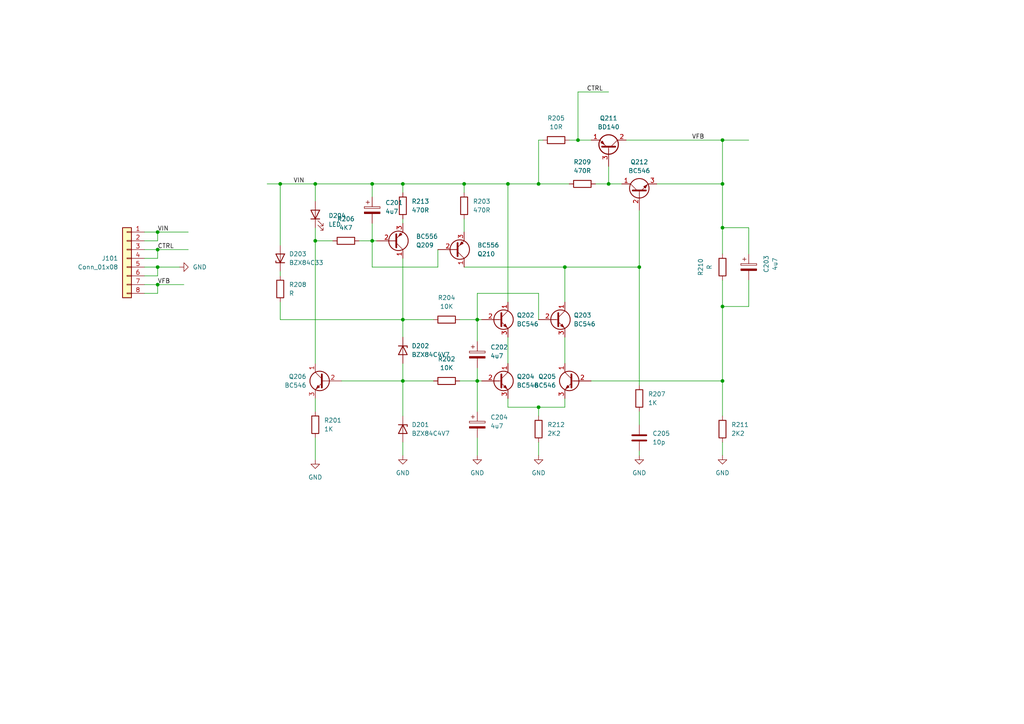
<source format=kicad_sch>
(kicad_sch (version 20211123) (generator eeschema)
  (paper "A4")
  (lib_symbols
    (symbol "Connector_Generic:Conn_01x08" (pin_names (offset 1.016) hide)
      (property "Reference" "J" (at 0 10.16 0))
      (property "Value" "Conn_01x08" (at 0 -12.7 0))
      (symbol "Conn_01x08_1_1"
        (rectangle (start -1.27 -10.033) (end 0 -10.287) (stroke (width 0.1524)))
        (rectangle (start -1.27 -7.493) (end 0 -7.747) (stroke (width 0.1524)))
        (rectangle (start -1.27 -4.953) (end 0 -5.207) (stroke (width 0.1524)))
        (rectangle (start -1.27 -2.413) (end 0 -2.667) (stroke (width 0.1524)))
        (rectangle (start -1.27 0.127) (end 0 -0.127) (stroke (width 0.1524)))
        (rectangle (start -1.27 2.667) (end 0 2.413) (stroke (width 0.1524)))
        (rectangle (start -1.27 5.207) (end 0 4.953) (stroke (width 0.1524)))
        (rectangle (start -1.27 7.747) (end 0 7.493) (stroke (width 0.1524)))
        (rectangle (start -1.27 8.89) (end 1.27 -11.43) (stroke (width 0.254)) (fill (type background)))
        (pin passive line (at -5.08 7.62 0) (length 3.81) (name "Pin_1") (number "1"))
        (pin passive line (at -5.08 5.08 0) (length 3.81) (name "Pin_2") (number "2"))
        (pin passive line (at -5.08 2.54 0) (length 3.81) (name "Pin_3") (number "3"))
        (pin passive line (at -5.08 0 0) (length 3.81) (name "Pin_4") (number "4"))
        (pin passive line (at -5.08 -2.54 0) (length 3.81) (name "Pin_5") (number "5"))
        (pin passive line (at -5.08 -5.08 0) (length 3.81) (name "Pin_6") (number "6"))
        (pin passive line (at -5.08 -7.62 0) (length 3.81) (name "Pin_7") (number "7"))
        (pin passive line (at -5.08 -10.16 0) (length 3.81) (name "Pin_8") (number "8"))
      )
    )
    (symbol "Device:C" (pin_numbers hide) (pin_names (offset 0.254))
      (property "Reference" "C" (at 0.635 2.54 0))
      (property "Value" "C" (at 0.635 -2.54 0))
      (symbol "C_0_1"
        (polyline (pts (xy -2.032 -0.762) (xy 2.032 -0.762)) (stroke (width 0.508)))
        (polyline (pts (xy -2.032 0.762) (xy 2.032 0.762)) (stroke (width 0.508)))
      )
      (symbol "C_1_1"
        (pin passive line (at 0 3.81 270) (length 2.794) (name "~") (number "1"))
        (pin passive line (at 0 -3.81 90) (length 2.794) (name "~") (number "2"))
      )
    )
    (symbol "Device:C_Polarized" (pin_numbers hide) (pin_names (offset 0.254))
      (property "Reference" "C" (at 0.635 2.54 0))
      (property "Value" "C_Polarized" (at 0.635 -2.54 0))
      (symbol "C_Polarized_0_1"
        (rectangle (start -2.286 0.508) (end 2.286 1.016))
        (polyline (pts (xy -1.778 2.286) (xy -0.762 2.286)))
        (polyline (pts (xy -1.27 2.794) (xy -1.27 1.778)))
        (rectangle (start 2.286 -0.508) (end -2.286 -1.016) (fill (type outline)))
      )
      (symbol "C_Polarized_1_1"
        (pin passive line (at 0 3.81 270) (length 2.794) (name "~") (number "1"))
        (pin passive line (at 0 -3.81 90) (length 2.794) (name "~") (number "2"))
      )
    )
    (symbol "Device:LED" (pin_numbers hide) (pin_names (offset 1.016) hide)
      (property "Reference" "D" (at 0 2.54 0))
      (property "Value" "LED" (at 0 -2.54 0))
      (symbol "LED_0_1"
        (polyline (pts (xy -1.27 -1.27) (xy -1.27 1.27)) (stroke (width 0.254)))
        (polyline (pts (xy -1.27 0) (xy 1.27 0)))
        (polyline (pts (xy 1.27 -1.27) (xy 1.27 1.27) (xy -1.27 0) (xy 1.27 -1.27)) (stroke (width 0.254)))
        (polyline (pts (xy -3.048 -0.762) (xy -4.572 -2.286) (xy -3.81 -2.286) (xy -4.572 -2.286) (xy -4.572 -1.524)))
        (polyline (pts (xy -1.778 -0.762) (xy -3.302 -2.286) (xy -2.54 -2.286) (xy -3.302 -2.286) (xy -3.302 -1.524)))
      )
      (symbol "LED_1_1"
        (pin passive line (at -3.81 0 0) (length 2.54) (name "K") (number "1"))
        (pin passive line (at 3.81 0 180) (length 2.54) (name "A") (number "2"))
      )
    )
    (symbol "Device:R" (pin_numbers hide) (pin_names (offset 0))
      (property "Reference" "R" (at 2.032 0 90))
      (property "Value" "R" (at 0 0 90))
      (symbol "R_0_1"
        (rectangle (start -1.016 -2.54) (end 1.016 2.54) (stroke (width 0.254)))
      )
      (symbol "R_1_1"
        (pin passive line (at 0 3.81 270) (length 1.27) (name "~") (number "1"))
        (pin passive line (at 0 -3.81 90) (length 1.27) (name "~") (number "2"))
      )
    )
    (symbol "Diode:BZX84Cxx" (pin_numbers hide) (pin_names (offset 1.016) hide)
      (property "Reference" "D" (at 0 2.54 0))
      (property "Value" "BZX84Cxx" (at 0 -2.54 0))
      (symbol "BZX84Cxx_0_1"
        (polyline (pts (xy 1.27 0) (xy -1.27 0)))
        (polyline (pts (xy -1.27 -1.27) (xy -1.27 1.27) (xy -0.762 1.27)) (stroke (width 0.254)))
        (polyline (pts (xy 1.27 -1.27) (xy 1.27 1.27) (xy -1.27 0) (xy 1.27 -1.27)) (stroke (width 0.254)))
      )
      (symbol "BZX84Cxx_1_1"
        (pin passive line (at -3.81 0 0) (length 2.54) (name "K") (number "1"))
        (pin passive line (at 3.81 0 180) (length 2.54) (name "A") (number "2"))
      )
    )
    (symbol "Transistor_BJT:BC546" (pin_names (offset 0) hide)
      (property "Reference" "Q" (at 5.08 1.905 0))
      (property "Value" "BC546" (at 5.08 0 0))
      (symbol "BC546_0_1"
        (polyline (pts (xy 0 0) (xy 0.635 0)))
        (polyline (pts (xy 0.635 0.635) (xy 2.54 2.54)))
        (polyline (pts (xy 0.635 -0.635) (xy 2.54 -2.54) (xy 2.54 -2.54)))
        (polyline (pts (xy 0.635 1.905) (xy 0.635 -1.905) (xy 0.635 -1.905)) (stroke (width 0.508)))
        (polyline (pts (xy 1.27 -1.778) (xy 1.778 -1.27) (xy 2.286 -2.286) (xy 1.27 -1.778) (xy 1.27 -1.778)) (fill (type outline)))
        (circle (center 1.27 0) (radius 2.8194) (stroke (width 0.254)))
      )
      (symbol "BC546_1_1"
        (pin passive line (at 2.54 5.08 270) (length 2.54) (name "C") (number "1"))
        (pin input line (at -5.08 0 0) (length 5.08) (name "B") (number "2"))
        (pin passive line (at 2.54 -5.08 90) (length 2.54) (name "E") (number "3"))
      )
    )
    (symbol "Transistor_BJT:BC556" (pin_names (offset 0) hide)
      (property "Reference" "Q" (at 5.08 1.905 0))
      (property "Value" "BC556" (at 5.08 0 0))
      (symbol "BC556_0_1"
        (polyline (pts (xy 0.635 0.635) (xy 2.54 2.54)))
        (polyline (pts (xy 0.635 -0.635) (xy 2.54 -2.54) (xy 2.54 -2.54)))
        (polyline (pts (xy 0.635 1.905) (xy 0.635 -1.905) (xy 0.635 -1.905)) (stroke (width 0.508)))
        (polyline (pts (xy 2.286 -1.778) (xy 1.778 -2.286) (xy 1.27 -1.27) (xy 2.286 -1.778) (xy 2.286 -1.778)) (fill (type outline)))
        (circle (center 1.27 0) (radius 2.8194) (stroke (width 0.254)))
      )
      (symbol "BC556_1_1"
        (pin passive line (at 2.54 5.08 270) (length 2.54) (name "C") (number "1"))
        (pin input line (at -5.08 0 0) (length 5.715) (name "B") (number "2"))
        (pin passive line (at 2.54 -5.08 90) (length 2.54) (name "E") (number "3"))
      )
    )
    (symbol "Transistor_BJT:BD140" (pin_names (offset 0) hide)
      (property "Reference" "Q" (at 5.08 1.905 0))
      (property "Value" "BD140" (at 5.08 0 0))
      (symbol "BD140_0_1"
        (polyline (pts (xy 0 0) (xy 0.635 0)))
        (polyline (pts (xy 2.54 -2.54) (xy 0.635 -0.635)))
        (polyline (pts (xy 2.54 2.54) (xy 0.635 0.635)))
        (polyline (pts (xy 0.635 1.905) (xy 0.635 -1.905) (xy 0.635 -1.905)) (stroke (width 0.508)) (fill (type outline)))
        (polyline (pts (xy 1.778 -2.286) (xy 2.286 -1.778) (xy 1.27 -1.27) (xy 1.778 -2.286) (xy 1.778 -2.286)) (fill (type outline)))
        (circle (center 1.27 0) (radius 2.8194) (stroke (width 0.3048)))
      )
      (symbol "BD140_1_1"
        (pin passive line (at 2.54 -5.08 90) (length 2.54) (name "E") (number "1"))
        (pin passive line (at 2.54 5.08 270) (length 2.54) (name "C") (number "2"))
        (pin input line (at -5.08 0 0) (length 5.08) (name "B") (number "3"))
      )
    )
    (symbol "power:GND" (power) (pin_names (offset 0))
      (property "Value" "GND" (at 0 -3.81 0))
      (symbol "GND_0_1"
        (polyline (pts (xy 0 0) (xy 0 -1.27) (xy 1.27 -1.27) (xy 0 -2.54) (xy -1.27 -1.27) (xy 0 -1.27)))
      )
      (symbol "GND_1_1"
        (pin power_in line (at 0 0 270) (length 0) hide (name "GND") (number "1"))
      )
    )
  )
  (junction (at 45.72 82.55))
  (junction (at 147.32 53.34))
  (junction (at 209.55 40.64))
  (junction (at 209.55 88.9))
  (junction (at 134.62 53.34))
  (junction (at 91.44 53.34))
  (junction (at 91.44 69.85))
  (junction (at 116.84 53.34))
  (junction (at 185.42 77.47))
  (junction (at 167.64 40.64))
  (junction (at 209.55 110.49))
  (junction (at 163.83 77.47))
  (junction (at 107.95 69.85))
  (junction (at 81.28 53.34))
  (junction (at 176.53 53.34))
  (junction (at 156.21 118.11))
  (junction (at 107.95 53.34))
  (junction (at 156.21 53.34))
  (junction (at 116.84 110.49))
  (junction (at 45.72 67.31))
  (junction (at 45.72 72.39))
  (junction (at 45.72 77.47))
  (junction (at 209.55 53.34))
  (junction (at 209.55 66.04))
  (junction (at 116.84 92.71))
  (junction (at 138.43 110.49))
  (junction (at 138.43 92.71))
  (wire (pts (xy 163.83 77.47) (xy 163.83 87.63)))
  (wire (pts (xy 209.55 40.64) (xy 209.55 53.34)))
  (wire (pts (xy 107.95 64.77) (xy 107.95 69.85)))
  (wire (pts (xy 176.53 48.26) (xy 176.53 53.34)))
  (wire (pts (xy 217.17 88.9) (xy 217.17 81.28)))
  (wire (pts (xy 41.91 74.93) (xy 45.72 74.93)))
  (wire (pts (xy 156.21 118.11) (xy 163.83 118.11)))
  (wire (pts (xy 116.84 105.41) (xy 116.84 110.49)))
  (wire (pts (xy 91.44 127) (xy 91.44 133.35)))
  (wire (pts (xy 176.53 26.67) (xy 167.64 26.67)))
  (wire (pts (xy 181.61 40.64) (xy 209.55 40.64)))
  (wire (pts (xy 91.44 69.85) (xy 91.44 66.04)))
  (wire (pts (xy 134.62 53.34) (xy 147.32 53.34)))
  (wire (pts (xy 156.21 53.34) (xy 165.1 53.34)))
  (wire (pts (xy 45.72 82.55) (xy 45.72 85.09)))
  (wire (pts (xy 116.84 92.71) (xy 125.73 92.71)))
  (wire (pts (xy 127 77.47) (xy 107.95 77.47)))
  (wire (pts (xy 134.62 53.34) (xy 116.84 53.34)))
  (wire (pts (xy 81.28 78.74) (xy 81.28 80.01)))
  (wire (pts (xy 41.91 80.01) (xy 45.72 80.01)))
  (wire (pts (xy 133.35 92.71) (xy 138.43 92.71)))
  (wire (pts (xy 147.32 53.34) (xy 147.32 87.63)))
  (wire (pts (xy 45.72 82.55) (xy 53.34 82.55)))
  (wire (pts (xy 209.55 88.9) (xy 209.55 81.28)))
  (wire (pts (xy 81.28 92.71) (xy 81.28 87.63)))
  (wire (pts (xy 81.28 53.34) (xy 91.44 53.34)))
  (wire (pts (xy 138.43 127) (xy 138.43 132.08)))
  (wire (pts (xy 138.43 92.71) (xy 138.43 85.09)))
  (wire (pts (xy 52.07 77.47) (xy 45.72 77.47)))
  (wire (pts (xy 96.52 69.85) (xy 91.44 69.85)))
  (wire (pts (xy 41.91 85.09) (xy 45.72 85.09)))
  (wire (pts (xy 138.43 92.71) (xy 138.43 99.06)))
  (wire (pts (xy 209.55 110.49) (xy 209.55 88.9)))
  (wire (pts (xy 163.83 77.47) (xy 185.42 77.47)))
  (wire (pts (xy 138.43 110.49) (xy 138.43 119.38)))
  (wire (pts (xy 107.95 53.34) (xy 116.84 53.34)))
  (wire (pts (xy 156.21 85.09) (xy 156.21 92.71)))
  (wire (pts (xy 185.42 119.38) (xy 185.42 123.19)))
  (wire (pts (xy 41.91 77.47) (xy 45.72 77.47)))
  (wire (pts (xy 172.72 53.34) (xy 176.53 53.34)))
  (wire (pts (xy 138.43 85.09) (xy 156.21 85.09)))
  (wire (pts (xy 134.62 63.5) (xy 134.62 67.31)))
  (wire (pts (xy 107.95 53.34) (xy 107.95 57.15)))
  (wire (pts (xy 138.43 106.68) (xy 138.43 110.49)))
  (wire (pts (xy 147.32 97.79) (xy 147.32 105.41)))
  (wire (pts (xy 41.91 67.31) (xy 45.72 67.31)))
  (wire (pts (xy 185.42 77.47) (xy 185.42 111.76)))
  (wire (pts (xy 156.21 40.64) (xy 156.21 53.34)))
  (wire (pts (xy 156.21 128.27) (xy 156.21 132.08)))
  (wire (pts (xy 163.83 97.79) (xy 163.83 105.41)))
  (wire (pts (xy 147.32 53.34) (xy 156.21 53.34)))
  (wire (pts (xy 185.42 130.81) (xy 185.42 132.08)))
  (wire (pts (xy 156.21 40.64) (xy 157.48 40.64)))
  (wire (pts (xy 133.35 110.49) (xy 138.43 110.49)))
  (wire (pts (xy 147.32 115.57) (xy 147.32 118.11)))
  (wire (pts (xy 209.55 73.66) (xy 209.55 66.04)))
  (wire (pts (xy 116.84 128.27) (xy 116.84 132.08)))
  (wire (pts (xy 116.84 110.49) (xy 116.84 120.65)))
  (wire (pts (xy 138.43 110.49) (xy 139.7 110.49)))
  (wire (pts (xy 107.95 77.47) (xy 107.95 69.85)))
  (wire (pts (xy 104.14 69.85) (xy 107.95 69.85)))
  (wire (pts (xy 209.55 53.34) (xy 190.5 53.34)))
  (wire (pts (xy 45.72 80.01) (xy 45.72 77.47)))
  (wire (pts (xy 91.44 53.34) (xy 107.95 53.34)))
  (wire (pts (xy 163.83 118.11) (xy 163.83 115.57)))
  (wire (pts (xy 116.84 53.34) (xy 116.84 55.88)))
  (wire (pts (xy 147.32 118.11) (xy 156.21 118.11)))
  (wire (pts (xy 209.55 110.49) (xy 209.55 120.65)))
  (wire (pts (xy 167.64 40.64) (xy 171.45 40.64)))
  (wire (pts (xy 45.72 74.93) (xy 45.72 72.39)))
  (wire (pts (xy 91.44 53.34) (xy 91.44 58.42)))
  (wire (pts (xy 77.47 53.34) (xy 81.28 53.34)))
  (wire (pts (xy 81.28 53.34) (xy 81.28 71.12)))
  (wire (pts (xy 41.91 82.55) (xy 45.72 82.55)))
  (wire (pts (xy 209.55 128.27) (xy 209.55 132.08)))
  (wire (pts (xy 134.62 55.88) (xy 134.62 53.34)))
  (wire (pts (xy 45.72 72.39) (xy 54.61 72.39)))
  (wire (pts (xy 217.17 88.9) (xy 209.55 88.9)))
  (wire (pts (xy 167.64 26.67) (xy 167.64 40.64)))
  (wire (pts (xy 116.84 74.93) (xy 116.84 92.71)))
  (wire (pts (xy 45.72 67.31) (xy 54.61 67.31)))
  (wire (pts (xy 41.91 72.39) (xy 45.72 72.39)))
  (wire (pts (xy 116.84 63.5) (xy 116.84 64.77)))
  (wire (pts (xy 116.84 110.49) (xy 125.73 110.49)))
  (wire (pts (xy 91.44 69.85) (xy 91.44 105.41)))
  (wire (pts (xy 217.17 73.66) (xy 217.17 66.04)))
  (wire (pts (xy 116.84 92.71) (xy 81.28 92.71)))
  (wire (pts (xy 99.06 110.49) (xy 116.84 110.49)))
  (wire (pts (xy 41.91 69.85) (xy 45.72 69.85)))
  (wire (pts (xy 107.95 69.85) (xy 109.22 69.85)))
  (wire (pts (xy 176.53 53.34) (xy 180.34 53.34)))
  (wire (pts (xy 127 72.39) (xy 127 77.47)))
  (wire (pts (xy 45.72 69.85) (xy 45.72 67.31)))
  (wire (pts (xy 116.84 92.71) (xy 116.84 97.79)))
  (wire (pts (xy 134.62 77.47) (xy 163.83 77.47)))
  (wire (pts (xy 209.55 66.04) (xy 217.17 66.04)))
  (wire (pts (xy 171.45 110.49) (xy 209.55 110.49)))
  (wire (pts (xy 185.42 60.96) (xy 185.42 77.47)))
  (wire (pts (xy 209.55 53.34) (xy 209.55 66.04)))
  (wire (pts (xy 138.43 92.71) (xy 139.7 92.71)))
  (wire (pts (xy 91.44 115.57) (xy 91.44 119.38)))
  (wire (pts (xy 156.21 118.11) (xy 156.21 120.65)))
  (wire (pts (xy 209.55 40.64) (xy 217.17 40.64)))
  (wire (pts (xy 165.1 40.64) (xy 167.64 40.64)))
  (label "VIN" (at 45.72 67.31 0))
  (label "VIN" (at 85.09 53.34 0))
  (label "VFB" (at 45.72 82.55 0))
  (label "VFB" (at 200.66 40.64 0))
  (label "CTRL" (at 45.72 72.39 0))
  (label "CTRL" (at 170.18 26.67 0))
  (symbol (lib_id "Diode:BZX84Cxx") (at 81.28 74.93 90) (unit 1)
    (property "Reference" "D203" (at 83.82 73.6599 90) (effects (justify right)))
    (property "Value" "BZX84C33" (at 83.82 76.1999 90) (effects (justify right)))
    (property "Footprint" "Diode_SMD:D_SOT-23_ANK" (effects hide))
    (property "Datasheet" "https://diotec.com/tl_files/diotec/files/pdf/datasheets/bzx84c2v4.pdf" (effects hide))
    (property "Bestellnummer" "BZX 84C4V7 VIS" (effects hide))
  )
  (symbol (lib_id "Device:R") (at 156.21 124.46 0) (unit 1)
    (property "Reference" "R212" (at 158.75 123.1899 0) (effects (justify left)))
    (property "Value" "2K2" (at 158.75 125.7299 0) (effects (justify left)))
    (property "Footprint" "Resistor_SMD:R_1206_3216Metric_Pad1.30x1.75mm_HandSolder" (effects hide))
  )
  (symbol (lib_id "Device:C_Polarized") (at 138.43 123.19 0) (unit 1)
    (property "Reference" "C204" (at 142.24 121.0309 0) (effects (justify left)))
    (property "Value" "4u7" (at 142.24 123.5709 0) (effects (justify left)))
    (property "Footprint" "Capacitor_THT:CP_Radial_D5.0mm_P2.50mm" (effects hide))
  )
  (symbol (lib_id "power:GND") (at 138.43 132.08 0) (unit 1)
    (property "Reference" "#PWR0112" (effects hide))
    (property "Value" "GND" (at 138.43 137.16 0))
  )
  (symbol (lib_id "Device:R") (at 129.54 110.49 90) (unit 1)
    (property "Reference" "R202" (at 129.54 104.14 90))
    (property "Value" "10K" (at 129.54 106.68 90))
    (property "Footprint" "Resistor_SMD:R_1206_3216Metric_Pad1.30x1.75mm_HandSolder" (effects hide))
  )
  (symbol (lib_id "Device:LED") (at 91.44 62.23 90) (unit 1)
    (property "Reference" "D204" (at 95.25 62.5474 90) (effects (justify right)))
    (property "Value" "LED" (at 95.25 65.0874 90) (effects (justify right)))
    (property "Footprint" "LED_SMD:LED_1206_3216Metric_Pad1.42x1.75mm_HandSolder" (effects hide))
    (property "Reference" "D204" (effects hide))
    (property "Value" "LED" (effects hide))
  )
  (symbol (lib_id "Transistor_BJT:BC546") (at 161.29 92.71 0) (unit 1)
    (property "Reference" "Q203" (at 166.37 91.4399 0) (effects (justify left)))
    (property "Value" "BC546" (at 166.37 93.9799 0) (effects (justify left)))
    (property "Footprint" "Package_TO_SOT_THT:TO-92_Inline" (effects hide))
    (property "Datasheet" "https://www.onsemi.com/pub/Collateral/BC550-D.pdf" (effects hide))
  )
  (symbol (lib_id "power:GND") (at 52.07 77.47 90) (unit 1)
    (property "Reference" "#PWR0101" (effects hide))
    (property "Value" "GND" (at 55.88 77.4699 90) (effects (justify right)))
  )
  (symbol (lib_id "Transistor_BJT:BD140") (at 176.53 43.18 270) (mirror x) (unit 1)
    (property "Reference" "Q211" (at 176.53 34.29 90))
    (property "Value" "BD140" (at 176.53 36.83 90))
    (property "Footprint" "Package_TO_SOT_THT:TO-126-3_Vertical" (effects hide))
    (property "Reference" "Q211" (effects hide))
    (property "Value" "BD140" (effects hide))
  )
  (symbol (lib_id "Device:R") (at 100.33 69.85 90) (unit 1)
    (property "Reference" "R206" (at 100.33 63.5 90))
    (property "Value" "4K7" (at 100.33 66.04 90))
    (property "Footprint" "Resistor_SMD:R_1206_3216Metric_Pad1.30x1.75mm_HandSolder" (effects hide))
  )
  (symbol (lib_id "Device:R") (at 91.44 123.19 0) (unit 1)
    (property "Reference" "R201" (at 93.98 121.9199 0) (effects (justify left)))
    (property "Value" "1K" (at 93.98 124.4599 0) (effects (justify left)))
    (property "Footprint" "Resistor_SMD:R_1206_3216Metric_Pad1.30x1.75mm_HandSolder" (effects hide))
  )
  (symbol (lib_id "Diode:BZX84Cxx") (at 116.84 101.6 270) (unit 1)
    (property "Reference" "D202" (at 119.38 100.3299 90) (effects (justify left)))
    (property "Value" "BZX84C4V7" (at 119.38 102.8699 90) (effects (justify left)))
    (property "Footprint" "Diode_SMD:D_SOT-23_ANK" (effects hide))
    (property "Datasheet" "https://diotec.com/tl_files/diotec/files/pdf/datasheets/bzx84c2v4.pdf" (effects hide))
    (property "Bestellnummer" "BZX 84C4V7 VIS" (effects hide))
  )
  (symbol (lib_id "Device:C") (at 185.42 127 0) (unit 1)
    (property "Reference" "C205" (at 189.23 125.7299 0) (effects (justify left)))
    (property "Value" "10p" (at 189.23 128.2699 0) (effects (justify left)))
    (property "Footprint" "Capacitor_SMD:C_0805_2012Metric_Pad1.18x1.45mm_HandSolder" (effects hide))
    (property "Reference" "C205" (effects hide))
    (property "Value" "10p" (effects hide))
  )
  (symbol (lib_id "Device:R") (at 209.55 124.46 0) (unit 1)
    (property "Reference" "R211" (at 212.09 123.1899 0) (effects (justify left)))
    (property "Value" "2K2" (at 212.09 125.7299 0) (effects (justify left)))
    (property "Footprint" "Resistor_SMD:R_1206_3216Metric_Pad1.30x1.75mm_HandSolder" (effects hide))
  )
  (symbol (lib_id "Device:R") (at 168.91 53.34 90) (unit 1)
    (property "Reference" "R209" (at 168.91 46.99 90))
    (property "Value" "470R" (at 168.91 49.53 90))
    (property "Footprint" "Resistor_SMD:R_1206_3216Metric_Pad1.30x1.75mm_HandSolder" (effects hide))
  )
  (symbol (lib_id "power:GND") (at 156.21 132.08 0) (unit 1)
    (property "Reference" "#PWR0113" (effects hide))
    (property "Value" "GND" (at 156.21 137.16 0))
  )
  (symbol (lib_id "Transistor_BJT:BC546") (at 144.78 110.49 0) (unit 1)
    (property "Reference" "Q204" (at 149.86 109.2199 0) (effects (justify left)))
    (property "Value" "BC546" (at 149.86 111.7599 0) (effects (justify left)))
    (property "Footprint" "Package_TO_SOT_THT:TO-92_Inline" (effects hide))
    (property "Datasheet" "https://www.onsemi.com/pub/Collateral/BC550-D.pdf" (effects hide))
  )
  (symbol (lib_id "Device:C_Polarized") (at 138.43 102.87 0) (unit 1)
    (property "Reference" "C202" (at 142.24 100.7109 0) (effects (justify left)))
    (property "Value" "4u7" (at 142.24 103.2509 0) (effects (justify left)))
    (property "Footprint" "Capacitor_THT:CP_Radial_D5.0mm_P2.50mm" (effects hide))
  )
  (symbol (lib_id "Device:R") (at 116.84 59.69 0) (unit 1)
    (property "Reference" "R213" (at 119.38 58.4199 0) (effects (justify left)))
    (property "Value" "470R" (at 119.38 60.9599 0) (effects (justify left)))
    (property "Footprint" "Resistor_SMD:R_1206_3216Metric_Pad1.30x1.75mm_HandSolder" (effects hide))
  )
  (symbol (lib_id "power:GND") (at 116.84 132.08 0) (unit 1)
    (property "Reference" "#PWR0111" (effects hide))
    (property "Value" "GND" (at 116.84 137.16 0))
  )
  (symbol (lib_id "Device:R") (at 81.28 83.82 0) (unit 1)
    (property "Reference" "R208" (at 83.82 82.5499 0) (effects (justify left)))
    (property "Value" "R" (at 83.82 85.0899 0) (effects (justify left)))
    (property "Footprint" "Resistor_SMD:R_1206_3216Metric_Pad1.30x1.75mm_HandSolder" (effects hide))
  )
  (symbol (lib_id "Transistor_BJT:BC546") (at 93.98 110.49 0) (mirror y) (unit 1)
    (property "Reference" "Q206" (at 88.9 109.2199 0) (effects (justify left)))
    (property "Value" "BC546" (at 88.9 111.7599 0) (effects (justify left)))
    (property "Footprint" "Package_TO_SOT_THT:TO-92_Inline" (effects hide))
    (property "Datasheet" "https://www.onsemi.com/pub/Collateral/BC550-D.pdf" (effects hide))
  )
  (symbol (lib_id "Device:C_Polarized") (at 107.95 60.96 0) (unit 1)
    (property "Reference" "C201" (at 111.76 58.8009 0) (effects (justify left)))
    (property "Value" "4u7" (at 111.76 61.3409 0) (effects (justify left)))
    (property "Footprint" "Capacitor_THT:CP_Radial_D5.0mm_P2.50mm" (effects hide))
  )
  (symbol (lib_id "Transistor_BJT:BC546") (at 144.78 92.71 0) (unit 1)
    (property "Reference" "Q202" (at 149.86 91.4399 0) (effects (justify left)))
    (property "Value" "BC546" (at 149.86 93.9799 0) (effects (justify left)))
    (property "Footprint" "Package_TO_SOT_THT:TO-92_Inline" (effects hide))
    (property "Datasheet" "https://www.onsemi.com/pub/Collateral/BC550-D.pdf" (effects hide))
  )
  (symbol (lib_id "Device:R") (at 129.54 92.71 90) (unit 1)
    (property "Reference" "R204" (at 129.54 86.36 90))
    (property "Value" "10K" (at 129.54 88.9 90))
    (property "Footprint" "Resistor_SMD:R_1206_3216Metric_Pad1.30x1.75mm_HandSolder" (effects hide))
  )
  (symbol (lib_id "Transistor_BJT:BC546") (at 185.42 55.88 90) (unit 1)
    (property "Reference" "Q212" (at 185.42 46.99 90))
    (property "Value" "BC546" (at 185.42 49.53 90))
    (property "Footprint" "Package_TO_SOT_THT:TO-92_Inline" (effects hide))
    (property "Datasheet" "https://www.onsemi.com/pub/Collateral/BC550-D.pdf" (effects hide))
  )
  (symbol (lib_id "Transistor_BJT:BC546") (at 166.37 110.49 0) (mirror y) (unit 1)
    (property "Reference" "Q205" (at 161.29 109.2199 0) (effects (justify left)))
    (property "Value" "BC546" (at 161.29 111.7599 0) (effects (justify left)))
    (property "Footprint" "Package_TO_SOT_THT:TO-92_Inline" (effects hide))
    (property "Datasheet" "https://www.onsemi.com/pub/Collateral/BC550-D.pdf" (effects hide))
  )
  (symbol (lib_id "power:GND") (at 185.42 132.08 0) (unit 1)
    (property "Reference" "#PWR0115" (effects hide))
    (property "Value" "GND" (at 185.42 137.16 0))
  )
  (symbol (lib_id "Transistor_BJT:BC556") (at 114.3 69.85 0) (mirror x) (unit 1)
    (property "Reference" "Q209" (at 120.65 71.1201 0) (effects (justify left)))
    (property "Value" "BC556" (at 120.65 68.5801 0) (effects (justify left)))
    (property "Footprint" "Package_TO_SOT_THT:TO-92_Inline" (effects hide))
    (property "Datasheet" "https://www.onsemi.com/pub/Collateral/BC556BTA-D.pdf" (effects hide))
  )
  (symbol (lib_id "Transistor_BJT:BC556") (at 132.08 72.39 0) (mirror x) (unit 1)
    (property "Reference" "Q210" (at 138.43 73.6601 0) (effects (justify left)))
    (property "Value" "BC556" (at 138.43 71.1201 0) (effects (justify left)))
    (property "Footprint" "Package_TO_SOT_THT:TO-92_Inline" (effects hide))
    (property "Reference" "Q210" (effects hide))
    (property "Value" "BC556" (effects hide))
  )
  (symbol (lib_id "Device:R") (at 161.29 40.64 90) (unit 1)
    (property "Reference" "R205" (at 161.29 34.29 90))
    (property "Value" "10R" (at 161.29 36.83 90))
    (property "Footprint" "Resistor_SMD:R_1206_3216Metric_Pad1.30x1.75mm_HandSolder" (effects hide))
  )
  (symbol (lib_id "Device:R") (at 209.55 77.47 180) (unit 1)
    (property "Reference" "R210" (at 203.2 77.47 90))
    (property "Value" "R" (at 205.74 77.47 90))
    (property "Footprint" "Resistor_SMD:R_1206_3216Metric_Pad1.30x1.75mm_HandSolder" (effects hide))
  )
  (symbol (lib_id "power:GND") (at 209.55 132.08 0) (unit 1)
    (property "Reference" "#PWR0114" (effects hide))
    (property "Value" "GND" (at 209.55 137.16 0))
  )
  (symbol (lib_id "Device:C_Polarized") (at 217.17 77.47 0) (unit 1)
    (property "Reference" "C203" (at 222.25 76.581 90))
    (property "Value" "4u7" (at 224.79 76.581 90))
    (property "Footprint" "Capacitor_THT:CP_Radial_D5.0mm_P2.50mm" (effects hide))
  )
  (symbol (lib_id "Device:R") (at 134.62 59.69 0) (unit 1)
    (property "Reference" "R203" (at 137.16 58.4199 0) (effects (justify left)))
    (property "Value" "470R" (at 137.16 60.9599 0) (effects (justify left)))
    (property "Footprint" "Resistor_SMD:R_1206_3216Metric_Pad1.30x1.75mm_HandSolder" (effects hide))
  )
  (symbol (lib_id "Diode:BZX84Cxx") (at 116.84 124.46 270) (unit 1)
    (property "Reference" "D201" (at 119.38 123.1899 90) (effects (justify left)))
    (property "Value" "BZX84C4V7" (at 119.38 125.7299 90) (effects (justify left)))
    (property "Footprint" "Diode_SMD:D_SOT-23_ANK" (effects hide))
    (property "Datasheet" "https://diotec.com/tl_files/diotec/files/pdf/datasheets/bzx84c2v4.pdf" (effects hide))
    (property "Bestellnummer" "BZX 84C4V7 VIS" (effects hide))
  )
  (symbol (lib_id "power:GND") (at 91.44 133.35 0) (unit 1)
    (property "Reference" "#PWR0109" (effects hide))
    (property "Value" "GND" (at 91.44 138.43 0))
  )
  (symbol (lib_id "Device:R") (at 185.42 115.57 0) (unit 1)
    (property "Reference" "R207" (at 187.96 114.2999 0) (effects (justify left)))
    (property "Value" "1K" (at 187.96 116.8399 0) (effects (justify left)))
    (property "Footprint" "Resistor_SMD:R_1206_3216Metric_Pad1.30x1.75mm_HandSolder" (effects hide))
  )
  (symbol (lib_id "Connector_Generic:Conn_01x08") (at 36.83 74.93 0) (mirror y) (unit 1)
    (property "Reference" "J101" (at 34.29 74.9299 0) (effects (justify left)))
    (property "Value" "Conn_01x08" (at 34.29 77.4699 0) (effects (justify left)))
    (property "Footprint" "Connector_PinHeader_2.54mm:PinHeader_1x08_P2.54mm_Vertical" (effects hide))
  )
)
</source>
